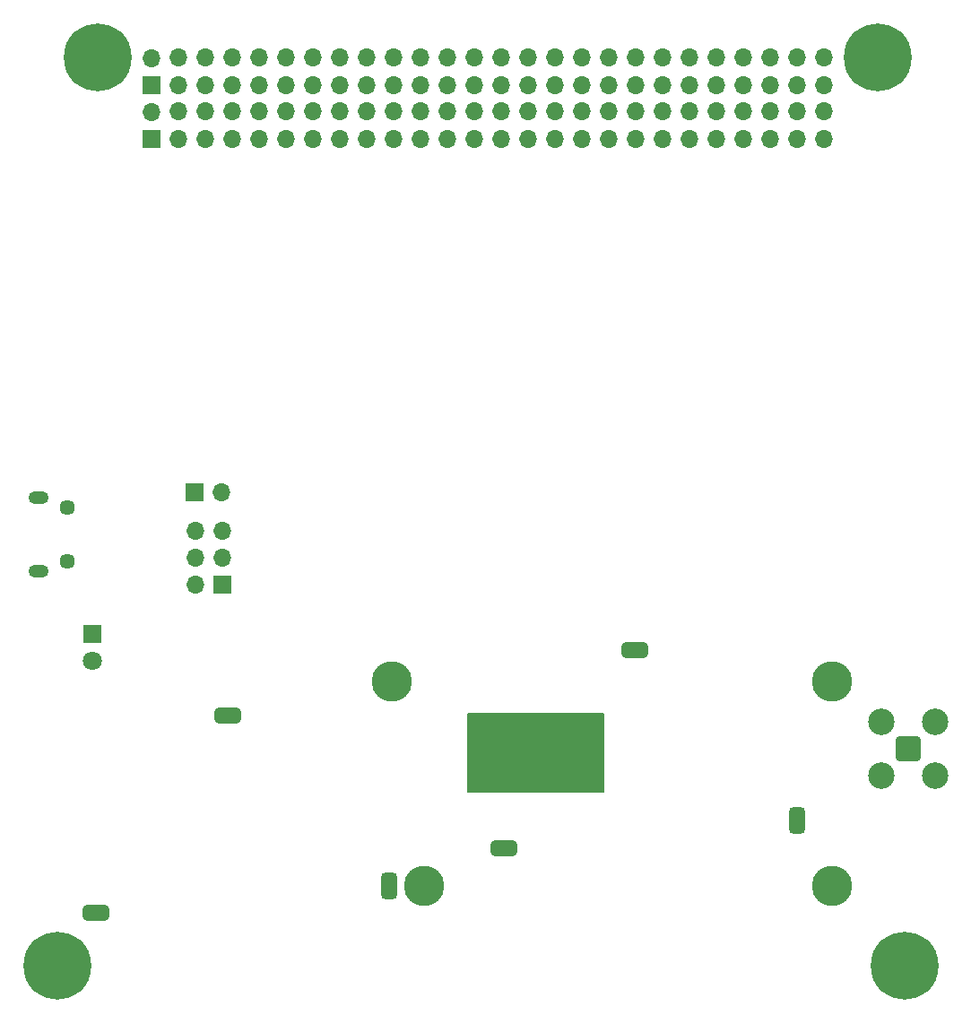
<source format=gbr>
%TF.GenerationSoftware,KiCad,Pcbnew,(6.0.5)*%
%TF.CreationDate,2022-08-13T13:23:52-04:00*%
%TF.ProjectId,SilverSat_Comms,53696c76-6572-4536-9174-5f436f6d6d73,rev?*%
%TF.SameCoordinates,Original*%
%TF.FileFunction,Soldermask,Bot*%
%TF.FilePolarity,Negative*%
%FSLAX46Y46*%
G04 Gerber Fmt 4.6, Leading zero omitted, Abs format (unit mm)*
G04 Created by KiCad (PCBNEW (6.0.5)) date 2022-08-13 13:23:52*
%MOMM*%
%LPD*%
G01*
G04 APERTURE LIST*
G04 Aperture macros list*
%AMRoundRect*
0 Rectangle with rounded corners*
0 $1 Rounding radius*
0 $2 $3 $4 $5 $6 $7 $8 $9 X,Y pos of 4 corners*
0 Add a 4 corners polygon primitive as box body*
4,1,4,$2,$3,$4,$5,$6,$7,$8,$9,$2,$3,0*
0 Add four circle primitives for the rounded corners*
1,1,$1+$1,$2,$3*
1,1,$1+$1,$4,$5*
1,1,$1+$1,$6,$7*
1,1,$1+$1,$8,$9*
0 Add four rect primitives between the rounded corners*
20,1,$1+$1,$2,$3,$4,$5,0*
20,1,$1+$1,$4,$5,$6,$7,0*
20,1,$1+$1,$6,$7,$8,$9,0*
20,1,$1+$1,$8,$9,$2,$3,0*%
G04 Aperture macros list end*
%ADD10O,1.900000X1.200000*%
%ADD11C,1.450000*%
%ADD12R,1.800000X1.800000*%
%ADD13C,1.800000*%
%ADD14C,3.800000*%
%ADD15C,2.600000*%
%ADD16C,6.400000*%
%ADD17C,3.600000*%
%ADD18R,1.700000X1.700000*%
%ADD19O,1.700000X1.700000*%
%ADD20RoundRect,0.375000X-0.875000X-0.375000X0.875000X-0.375000X0.875000X0.375000X-0.875000X0.375000X0*%
%ADD21RoundRect,0.375000X0.375000X-0.875000X0.375000X0.875000X-0.375000X0.875000X-0.375000X-0.875000X0*%
%ADD22RoundRect,0.200100X-0.949900X-0.949900X0.949900X-0.949900X0.949900X0.949900X-0.949900X0.949900X0*%
%ADD23C,2.500000*%
G04 APERTURE END LIST*
D10*
%TO.C,J1*%
X108760000Y-106925000D03*
D11*
X111460000Y-100925000D03*
D10*
X108760000Y-99925000D03*
D11*
X111460000Y-105925000D03*
%TD*%
D12*
%TO.C,D1*%
X113823000Y-112796000D03*
D13*
X113823000Y-115336000D03*
%TD*%
D14*
%TO.C,H10*%
X183642000Y-136652000D03*
D15*
X183642000Y-136652000D03*
%TD*%
D16*
%TO.C,H3*%
X110490000Y-144150000D03*
D17*
X110490000Y-144150000D03*
%TD*%
D16*
%TO.C,H6*%
X190500000Y-144150000D03*
D17*
X190500000Y-144150000D03*
%TD*%
D18*
%TO.C,H2*%
X119380000Y-60970000D03*
D19*
X119380000Y-58430000D03*
X121920000Y-60970000D03*
X121920000Y-58420000D03*
X124460000Y-60970000D03*
X124460000Y-58420000D03*
X127000000Y-60970000D03*
X127000000Y-58420000D03*
X129540000Y-60970000D03*
X129540000Y-58420000D03*
X132080000Y-60970000D03*
X132080000Y-58420000D03*
X134620000Y-60970000D03*
X134620000Y-58420000D03*
X137160000Y-60970000D03*
X137160000Y-58420000D03*
X139700000Y-60970000D03*
X139700000Y-58420000D03*
X142240000Y-60970000D03*
X142240000Y-58420000D03*
X144780000Y-60970000D03*
X144780000Y-58420000D03*
X147320000Y-60970000D03*
X147320000Y-58420000D03*
X149860000Y-60970000D03*
X149860000Y-58420000D03*
X152400000Y-60970000D03*
X152400000Y-58420000D03*
X154940000Y-60970000D03*
X154940000Y-58420000D03*
X157480000Y-60970000D03*
X157480000Y-58420000D03*
X160020000Y-60970000D03*
X160020000Y-58420000D03*
X162560000Y-60970000D03*
X162560000Y-58420000D03*
X165100000Y-60970000D03*
X165100000Y-58420000D03*
X167640000Y-60970000D03*
X167640000Y-58420000D03*
X170180000Y-60970000D03*
X170180000Y-58420000D03*
X172720000Y-60970000D03*
X172720000Y-58420000D03*
X175260000Y-60970000D03*
X175260000Y-58420000D03*
X177800000Y-60970000D03*
X177800000Y-58420000D03*
X180340000Y-60970000D03*
X180340000Y-58420000D03*
X182880000Y-60970000D03*
X182880000Y-58420000D03*
%TD*%
D15*
%TO.C,H9*%
X142113000Y-117348000D03*
D14*
X142113000Y-117348000D03*
%TD*%
D16*
%TO.C,H4*%
X114300000Y-58420000D03*
D17*
X114300000Y-58420000D03*
%TD*%
D15*
%TO.C,H8*%
X145161000Y-136652000D03*
D14*
X145161000Y-136652000D03*
%TD*%
D18*
%TO.C,J6*%
X123439000Y-99441000D03*
D19*
X125979000Y-99441000D03*
%TD*%
D18*
%TO.C,J5*%
X126106000Y-108204000D03*
D19*
X123566000Y-108204000D03*
X126106000Y-105664000D03*
X123566000Y-105664000D03*
X126106000Y-103124000D03*
X123566000Y-103124000D03*
%TD*%
D15*
%TO.C,H7*%
X183642000Y-117348000D03*
D14*
X183642000Y-117348000D03*
%TD*%
D20*
%TO.C,S3*%
X152682107Y-133018835D03*
D21*
X180382107Y-130418835D03*
D20*
X165082107Y-114318835D03*
%TD*%
D22*
%TO.C,J2*%
X190881000Y-123698000D03*
D23*
X193421000Y-121158000D03*
X193421000Y-126238000D03*
X188341000Y-126238000D03*
X188341000Y-121158000D03*
%TD*%
D18*
%TO.C,H1*%
X119380000Y-66050000D03*
D19*
X119380000Y-63510000D03*
X121920000Y-66050000D03*
X121920000Y-63500000D03*
X124460000Y-66050000D03*
X124460000Y-63500000D03*
X127000000Y-66050000D03*
X127000000Y-63500000D03*
X129540000Y-66050000D03*
X129540000Y-63500000D03*
X132080000Y-66050000D03*
X132080000Y-63500000D03*
X134620000Y-66050000D03*
X134620000Y-63500000D03*
X137160000Y-66050000D03*
X137160000Y-63500000D03*
X139700000Y-66050000D03*
X139700000Y-63500000D03*
X142240000Y-66050000D03*
X142240000Y-63500000D03*
X144780000Y-66050000D03*
X144780000Y-63500000D03*
X147320000Y-66050000D03*
X147320000Y-63500000D03*
X149860000Y-66050000D03*
X149860000Y-63500000D03*
X152400000Y-66050000D03*
X152400000Y-63500000D03*
X154940000Y-66050000D03*
X154940000Y-63500000D03*
X157480000Y-66050000D03*
X157480000Y-63500000D03*
X160020000Y-66050000D03*
X160020000Y-63500000D03*
X162560000Y-66050000D03*
X162560000Y-63500000D03*
X165100000Y-66050000D03*
X165100000Y-63500000D03*
X167640000Y-66050000D03*
X167640000Y-63500000D03*
X170180000Y-66050000D03*
X170180000Y-63500000D03*
X172720000Y-66050000D03*
X172720000Y-63500000D03*
X175260000Y-66050000D03*
X175260000Y-63500000D03*
X177800000Y-66050000D03*
X177800000Y-63500000D03*
X180340000Y-66050000D03*
X180340000Y-63500000D03*
X182880000Y-66050000D03*
X182880000Y-63500000D03*
%TD*%
D20*
%TO.C,S1*%
X114180000Y-139192000D03*
X126580000Y-120492000D03*
D21*
X141880000Y-136592000D03*
%TD*%
D16*
%TO.C,H5*%
X187960000Y-58420000D03*
D17*
X187960000Y-58420000D03*
%TD*%
G36*
X162112131Y-120313613D02*
G01*
X162148676Y-120363913D01*
X162153600Y-120395000D01*
X162153600Y-127737600D01*
X162134387Y-127796731D01*
X162084087Y-127833276D01*
X162053000Y-127838200D01*
X149300200Y-127838200D01*
X149241069Y-127818987D01*
X149204524Y-127768687D01*
X149199600Y-127737600D01*
X149199600Y-120395000D01*
X149218813Y-120335869D01*
X149269113Y-120299324D01*
X149300200Y-120294400D01*
X162053000Y-120294400D01*
X162112131Y-120313613D01*
G37*
G36*
X162144261Y-120287552D02*
G01*
X162154941Y-120291976D01*
X162156024Y-120293059D01*
X162160448Y-120303739D01*
X162160600Y-120304504D01*
X162160600Y-127828096D01*
X162160448Y-127828861D01*
X162156024Y-127839541D01*
X162154941Y-127840624D01*
X162144261Y-127845048D01*
X162143496Y-127845200D01*
X149209704Y-127845200D01*
X149208939Y-127845048D01*
X149198259Y-127840624D01*
X149197176Y-127839541D01*
X149195792Y-127836200D01*
X149201600Y-127836200D01*
X162151600Y-127836200D01*
X162151600Y-120296400D01*
X149201600Y-120296400D01*
X149201600Y-127836200D01*
X149195792Y-127836200D01*
X149192752Y-127828861D01*
X149192600Y-127828096D01*
X149192600Y-120304504D01*
X149192752Y-120303739D01*
X149197176Y-120293059D01*
X149198259Y-120291976D01*
X149208939Y-120287552D01*
X149209704Y-120287400D01*
X162143496Y-120287400D01*
X162144261Y-120287552D01*
G37*
M02*

</source>
